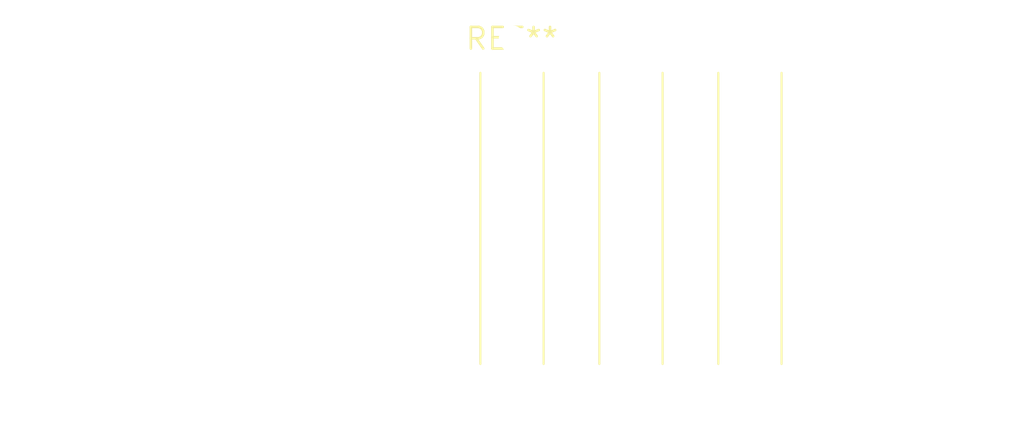
<source format=kicad_pcb>
(kicad_pcb (version 20240108) (generator pcbnew)
  (layers (0 "F.Cu" signal) (31 "B.Cu" signal) (34 "B.Paste" user) (35 "F.Paste" user) (36 "B.SilkS" user "B.Silkscreen") (37 "F.SilkS" user "F.Silkscreen") (38 "B.Mask" user) (39 "F.Mask" user) (44 "Edge.Cuts" user))
  (net 0 "")
  (footprint "SolderWire-0.75sqmm_1x03_P7mm_D1.25mm_OD3.5mm_Relief" (layer "F.Cu") (at 0 0)
    (property "Reference" "REF**")
    (property "Value" "SolderWire-0.75sqmm_1x03_P7mm_D1.25mm_OD3.5mm_Relief")
    (fp_line (start -1.86 2.01) (end -1.86 19.14) (layer "F.SilkS") (stroke (width 0.12)))
    (fp_line (start 1.86 2.01) (end 1.86 19.14) (layer "F.SilkS") (stroke (width 0.12)))
    (fp_line (start 5.14 2.01) (end 5.14 19.14) (layer "F.SilkS") (stroke (width 0.12)))
    (fp_line (start 8.86 2.01) (end 8.86 19.14) (layer "F.SilkS") (stroke (width 0.12)))
    (fp_line (start 12.14 2.01) (end 12.14 19.14) (layer "F.SilkS") (stroke (width 0.12)))
    (fp_line (start 15.86 2.01) (end 15.86 19.14) (layer "F.SilkS") (stroke (width 0.12)))
    (pad "" np_thru_hole circle (at 0 21) (size 4 4) (drill 4) (layers *.Cu *.Mask))
    (pad "" np_thru_hole circle (at 7 21) (size 4 4) (drill 4) (layers *.Cu *.Mask))
    (pad "" np_thru_hole circle (at 14 21) (size 4 4) (drill 4) (layers *.Cu *.Mask))
    (pad "1" thru_hole roundrect (at 0 0) (size 3.5 3.5) (drill 1.55) (layers *.Cu *.Mask) (remove_unused_layers) (roundrect_rratio 0.071429))
    (pad "2" thru_hole circle (at 7 0) (size 3.5 3.5) (drill 1.55) (layers *.Cu *.Mask) (remove_unused_layers))
    (pad "3" thru_hole circle (at 14 0) (size 3.5 3.5) (drill 1.55) (layers *.Cu *.Mask) (remove_unused_layers))
  )
)
</source>
